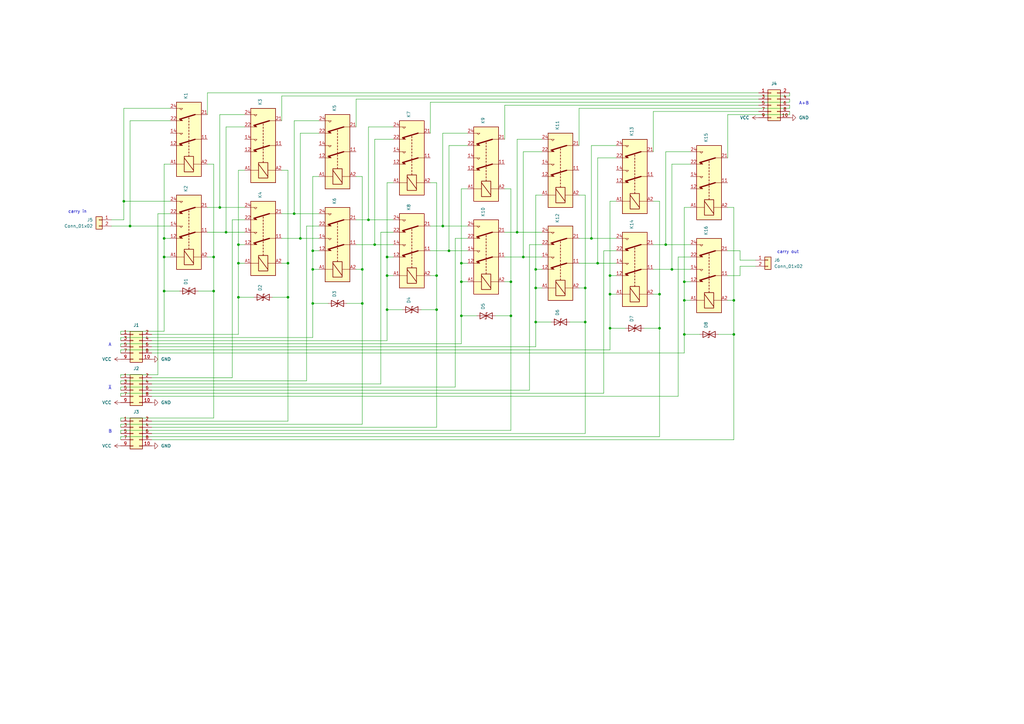
<source format=kicad_sch>
(kicad_sch (version 20231120) (generator "eeschema") (generator_version "8.0")
  (paper "A3")
  (lib_symbols
    (symbol "Connector_Generic:Conn_01x02" (pin_names (offset 1.016) hide)
      (property "Reference" "J" (at 0 2.54 0))
      (property "Value" "Conn_01x02" (at 0 -5.08 0))
      (symbol "Conn_01x02_1_1"
        (rectangle (start -1.27 -2.413) (end 0 -2.667) (stroke (width 0.1524)))
        (rectangle (start -1.27 0.127) (end 0 -0.127) (stroke (width 0.1524)))
        (rectangle (start -1.27 1.27) (end 1.27 -3.81) (stroke (width 0.254)) (fill (type background)))
        (pin passive line (at -5.08 0 0) (length 3.81) (name "Pin_1") (number "1"))
        (pin passive line (at -5.08 -2.54 0) (length 3.81) (name "Pin_2") (number "2"))
      )
    )
    (symbol "Connector_Generic:Conn_02x05_Odd_Even" (pin_names (offset 1.016) hide)
      (property "Reference" "J" (at 1.27 7.62 0))
      (property "Value" "Conn_02x05_Odd_Even" (at 1.27 -7.62 0))
      (symbol "Conn_02x05_Odd_Even_1_1"
        (rectangle (start -1.27 -4.953) (end 0 -5.207) (stroke (width 0.1524)))
        (rectangle (start -1.27 -2.413) (end 0 -2.667) (stroke (width 0.1524)))
        (rectangle (start -1.27 0.127) (end 0 -0.127) (stroke (width 0.1524)))
        (rectangle (start -1.27 2.667) (end 0 2.413) (stroke (width 0.1524)))
        (rectangle (start -1.27 5.207) (end 0 4.953) (stroke (width 0.1524)))
        (rectangle (start -1.27 6.35) (end 3.81 -6.35) (stroke (width 0.254)) (fill (type background)))
        (rectangle (start 3.81 -4.953) (end 2.54 -5.207) (stroke (width 0.1524)))
        (rectangle (start 3.81 -2.413) (end 2.54 -2.667) (stroke (width 0.1524)))
        (rectangle (start 3.81 0.127) (end 2.54 -0.127) (stroke (width 0.1524)))
        (rectangle (start 3.81 2.667) (end 2.54 2.413) (stroke (width 0.1524)))
        (rectangle (start 3.81 5.207) (end 2.54 4.953) (stroke (width 0.1524)))
        (pin passive line (at -5.08 5.08 0) (length 3.81) (name "Pin_1") (number "1"))
        (pin passive line (at 7.62 -5.08 180) (length 3.81) (name "Pin_10") (number "10"))
        (pin passive line (at 7.62 5.08 180) (length 3.81) (name "Pin_2") (number "2"))
        (pin passive line (at -5.08 2.54 0) (length 3.81) (name "Pin_3") (number "3"))
        (pin passive line (at 7.62 2.54 180) (length 3.81) (name "Pin_4") (number "4"))
        (pin passive line (at -5.08 0 0) (length 3.81) (name "Pin_5") (number "5"))
        (pin passive line (at 7.62 0 180) (length 3.81) (name "Pin_6") (number "6"))
        (pin passive line (at -5.08 -2.54 0) (length 3.81) (name "Pin_7") (number "7"))
        (pin passive line (at 7.62 -2.54 180) (length 3.81) (name "Pin_8") (number "8"))
        (pin passive line (at -5.08 -5.08 0) (length 3.81) (name "Pin_9") (number "9"))
      )
    )
    (symbol "Device:D_TVS" (pin_numbers hide) (pin_names (offset 1.016) hide)
      (property "Reference" "D" (at 0 2.54 0))
      (property "Value" "D_TVS" (at 0 -2.54 0))
      (symbol "D_TVS_0_1"
        (polyline (pts (xy 1.27 0) (xy -1.27 0)))
        (polyline (pts (xy 0.508 1.27) (xy 0 1.27) (xy 0 -1.27) (xy -0.508 -1.27)) (stroke (width 0.254)))
        (polyline (pts (xy -2.54 1.27) (xy -2.54 -1.27) (xy 2.54 1.27) (xy 2.54 -1.27) (xy -2.54 1.27)) (stroke (width 0.254)))
      )
      (symbol "D_TVS_1_1"
        (pin passive line (at -3.81 0 0) (length 2.54) (name "A1") (number "1"))
        (pin passive line (at 3.81 0 180) (length 2.54) (name "A2") (number "2"))
      )
    )
    (symbol "Relay:Relay_DPDT"
      (property "Reference" "K" (at 16.51 3.81 0))
      (property "Value" "Relay_DPDT" (at 16.51 1.27 0))
      (symbol "Relay_DPDT_0_1"
        (rectangle (start -15.24 5.08) (end 15.24 -5.08) (stroke (width 0.254)) (fill (type background)))
        (rectangle (start -13.335 1.905) (end -6.985 -1.905) (stroke (width 0.254)))
        (polyline (pts (xy -12.7 -1.905) (xy -7.62 1.905)) (stroke (width 0.254)))
        (polyline (pts (xy -10.16 -5.08) (xy -10.16 -1.905)))
        (polyline (pts (xy -10.16 5.08) (xy -10.16 1.905)))
        (polyline (pts (xy -6.985 0) (xy -6.35 0)) (stroke (width 0.254)))
        (polyline (pts (xy -5.715 0) (xy -5.08 0)) (stroke (width 0.254)))
        (polyline (pts (xy -4.445 0) (xy -3.81 0)) (stroke (width 0.254)))
        (polyline (pts (xy -3.175 0) (xy -2.54 0)) (stroke (width 0.254)))
        (polyline (pts (xy -1.905 0) (xy -1.27 0)) (stroke (width 0.254)))
        (polyline (pts (xy -0.635 0) (xy 0 0)) (stroke (width 0.254)))
        (polyline (pts (xy 0 -2.54) (xy -1.905 3.81)) (stroke (width 0.508)))
        (polyline (pts (xy 0 -2.54) (xy 0 -5.08)))
        (polyline (pts (xy 0.635 0) (xy 1.27 0)) (stroke (width 0.254)))
        (polyline (pts (xy 1.905 0) (xy 2.54 0)) (stroke (width 0.254)))
        (polyline (pts (xy 3.175 0) (xy 3.81 0)) (stroke (width 0.254)))
        (polyline (pts (xy 4.445 0) (xy 5.08 0)) (stroke (width 0.254)))
        (polyline (pts (xy 5.715 0) (xy 6.35 0)) (stroke (width 0.254)))
        (polyline (pts (xy 6.985 0) (xy 7.62 0)) (stroke (width 0.254)))
        (polyline (pts (xy 8.255 0) (xy 8.89 0)) (stroke (width 0.254)))
        (polyline (pts (xy 10.16 -2.54) (xy 8.255 3.81)) (stroke (width 0.508)))
        (polyline (pts (xy 10.16 -2.54) (xy 10.16 -5.08)))
        (polyline (pts (xy -2.54 5.08) (xy -2.54 2.54) (xy -1.905 3.175) (xy -2.54 3.81)) (fill (type outline)))
        (polyline (pts (xy 2.54 5.08) (xy 2.54 2.54) (xy 1.905 3.175) (xy 2.54 3.81)))
        (polyline (pts (xy 7.62 5.08) (xy 7.62 2.54) (xy 8.255 3.175) (xy 7.62 3.81)) (fill (type outline)))
        (polyline (pts (xy 12.7 5.08) (xy 12.7 2.54) (xy 12.065 3.175) (xy 12.7 3.81)))
      )
      (symbol "Relay_DPDT_1_1"
        (pin passive line (at 0 -7.62 90) (length 2.54) (name "~") (number "11"))
        (pin passive line (at -2.54 7.62 270) (length 2.54) (name "~") (number "12"))
        (pin passive line (at 2.54 7.62 270) (length 2.54) (name "~") (number "14"))
        (pin passive line (at 10.16 -7.62 90) (length 2.54) (name "~") (number "21"))
        (pin passive line (at 7.62 7.62 270) (length 2.54) (name "~") (number "22"))
        (pin passive line (at 12.7 7.62 270) (length 2.54) (name "~") (number "24"))
        (pin passive line (at -10.16 7.62 270) (length 2.54) (name "~") (number "A1"))
        (pin passive line (at -10.16 -7.62 90) (length 2.54) (name "~") (number "A2"))
      )
    )
    (symbol "power:GND" (power) (pin_names (offset 0))
      (property "Value" "GND" (at 0 -3.81 0))
      (symbol "GND_0_1"
        (polyline (pts (xy 0 0) (xy 0 -1.27) (xy 1.27 -1.27) (xy 0 -2.54) (xy -1.27 -1.27) (xy 0 -1.27)))
      )
      (symbol "GND_1_1"
        (pin power_in line (at 0 0 270) (length 0) hide (name "GND") (number "1"))
      )
    )
    (symbol "power:VCC" (power) (pin_names (offset 0))
      (property "Value" "VCC" (at 0 3.81 0))
      (symbol "VCC_0_1"
        (polyline (pts (xy -0.762 1.27) (xy 0 2.54)))
        (polyline (pts (xy 0 0) (xy 0 2.54)))
        (polyline (pts (xy 0 2.54) (xy 0.762 1.27)))
      )
      (symbol "VCC_1_1"
        (pin power_in line (at 0 0 90) (length 0) hide (name "VCC") (number "1"))
      )
    )
  )
  (junction (at 97.79 121.92))
  (junction (at 270.51 120.65))
  (junction (at 240.03 132.08))
  (junction (at 158.75 113.03))
  (junction (at 67.31 105.41))
  (junction (at 128.27 110.49))
  (junction (at 250.19 134.62))
  (junction (at 87.63 119.38))
  (junction (at 158.75 105.41))
  (junction (at 97.79 107.95))
  (junction (at 250.19 120.65))
  (junction (at 209.55 115.57))
  (junction (at 219.71 110.49))
  (junction (at 67.31 97.79))
  (junction (at 219.71 132.08))
  (junction (at 118.11 121.92))
  (junction (at 87.63 105.41))
  (junction (at 209.55 129.54))
  (junction (at 120.65 87.63))
  (junction (at 118.11 107.95))
  (junction (at 275.59 110.49))
  (junction (at 128.27 102.87))
  (junction (at 179.07 113.03))
  (junction (at 273.05 100.33))
  (junction (at 50.8 82.55))
  (junction (at 280.67 115.57))
  (junction (at 214.63 105.41))
  (junction (at 158.75 127))
  (junction (at 179.07 127))
  (junction (at 250.19 113.03))
  (junction (at 280.67 123.19))
  (junction (at 148.59 124.46))
  (junction (at 53.34 92.71))
  (junction (at 123.19 97.79))
  (junction (at 245.11 107.95))
  (junction (at 181.61 92.71))
  (junction (at 240.03 118.11))
  (junction (at 189.23 129.54))
  (junction (at 148.59 110.49))
  (junction (at 151.13 90.17))
  (junction (at 128.27 124.46))
  (junction (at 212.09 95.25))
  (junction (at 184.15 102.87))
  (junction (at 189.23 115.57))
  (junction (at 97.79 100.33))
  (junction (at 67.31 119.38))
  (junction (at 92.71 95.25))
  (junction (at 219.71 118.11))
  (junction (at 300.99 123.19))
  (junction (at 300.99 137.16))
  (junction (at 280.67 137.16))
  (junction (at 90.17 85.09))
  (junction (at 242.57 97.79))
  (junction (at 189.23 107.95))
  (junction (at 270.51 134.62))
  (junction (at 153.67 100.33))
  (wire (pts (xy 67.31 67.31) (xy 67.31 97.79)))
  (wire (pts (xy 111.76 121.92) (xy 118.11 121.92)))
  (wire (pts (xy 62.23 142.24) (xy 219.71 142.24)))
  (wire (pts (xy 179.07 74.93) (xy 179.07 113.03)))
  (wire (pts (xy 278.13 105.41) (xy 278.13 162.56)))
  (wire (pts (xy 252.73 64.77) (xy 245.11 64.77)))
  (wire (pts (xy 128.27 138.43) (xy 128.27 124.46)))
  (wire (pts (xy 49.53 158.75) (xy 186.69 158.75)))
  (wire (pts (xy 252.73 82.55) (xy 250.19 82.55)))
  (wire (pts (xy 207.01 115.57) (xy 209.55 115.57)))
  (wire (pts (xy 209.55 77.47) (xy 209.55 115.57)))
  (wire (pts (xy 146.05 100.33) (xy 153.67 100.33)))
  (wire (pts (xy 100.33 69.85) (xy 97.79 69.85)))
  (wire (pts (xy 250.19 113.03) (xy 250.19 120.65)))
  (wire (pts (xy 95.25 154.94) (xy 95.25 90.17)))
  (wire (pts (xy 64.77 153.67) (xy 64.77 87.63)))
  (wire (pts (xy 87.63 105.41) (xy 87.63 119.38)))
  (wire (pts (xy 69.85 67.31) (xy 67.31 67.31)))
  (wire (pts (xy 280.67 123.19) (xy 283.21 123.19)))
  (wire (pts (xy 273.05 62.23) (xy 273.05 100.33)))
  (wire (pts (xy 219.71 132.08) (xy 226.06 132.08)))
  (wire (pts (xy 189.23 115.57) (xy 191.77 115.57)))
  (wire (pts (xy 323.85 39.37) (xy 323.85 38.1)))
  (wire (pts (xy 130.81 49.53) (xy 120.65 49.53)))
  (wire (pts (xy 158.75 105.41) (xy 158.75 113.03)))
  (wire (pts (xy 97.79 69.85) (xy 97.79 100.33)))
  (wire (pts (xy 49.53 172.72) (xy 49.53 171.45)))
  (wire (pts (xy 219.71 110.49) (xy 222.25 110.49)))
  (wire (pts (xy 237.49 107.95) (xy 245.11 107.95)))
  (wire (pts (xy 49.53 175.26) (xy 49.53 173.99)))
  (wire (pts (xy 245.11 64.77) (xy 245.11 107.95)))
  (wire (pts (xy 267.97 45.72) (xy 311.15 45.72)))
  (wire (pts (xy 179.07 113.03) (xy 179.07 127)))
  (wire (pts (xy 90.17 46.99) (xy 90.17 85.09)))
  (wire (pts (xy 237.49 80.01) (xy 240.03 80.01)))
  (wire (pts (xy 161.29 57.15) (xy 153.67 57.15)))
  (wire (pts (xy 50.8 90.17) (xy 50.8 82.55)))
  (wire (pts (xy 85.09 46.99) (xy 85.09 38.1)))
  (wire (pts (xy 280.67 123.19) (xy 280.67 137.16)))
  (wire (pts (xy 176.53 74.93) (xy 179.07 74.93)))
  (wire (pts (xy 67.31 97.79) (xy 67.31 105.41)))
  (wire (pts (xy 323.85 44.45) (xy 323.85 43.18)))
  (wire (pts (xy 49.53 139.7) (xy 49.53 138.43)))
  (wire (pts (xy 176.53 54.61) (xy 176.53 41.91)))
  (wire (pts (xy 45.72 90.17) (xy 50.8 90.17)))
  (wire (pts (xy 97.79 107.95) (xy 100.33 107.95)))
  (wire (pts (xy 250.19 82.55) (xy 250.19 113.03)))
  (wire (pts (xy 49.53 154.94) (xy 49.53 153.67)))
  (wire (pts (xy 153.67 57.15) (xy 153.67 100.33)))
  (wire (pts (xy 62.23 162.56) (xy 278.13 162.56)))
  (wire (pts (xy 298.45 85.09) (xy 300.99 85.09)))
  (wire (pts (xy 264.16 134.62) (xy 270.51 134.62)))
  (wire (pts (xy 209.55 129.54) (xy 209.55 176.53)))
  (wire (pts (xy 50.8 82.55) (xy 69.85 82.55)))
  (wire (pts (xy 67.31 105.41) (xy 69.85 105.41)))
  (wire (pts (xy 118.11 107.95) (xy 118.11 121.92)))
  (wire (pts (xy 179.07 175.26) (xy 179.07 127)))
  (wire (pts (xy 219.71 118.11) (xy 222.25 118.11)))
  (wire (pts (xy 146.05 110.49) (xy 148.59 110.49)))
  (wire (pts (xy 303.53 113.03) (xy 303.53 109.22)))
  (wire (pts (xy 115.57 49.53) (xy 115.57 39.37)))
  (wire (pts (xy 62.23 175.26) (xy 179.07 175.26)))
  (wire (pts (xy 303.53 106.68) (xy 303.53 102.87)))
  (wire (pts (xy 50.8 44.45) (xy 69.85 44.45)))
  (wire (pts (xy 158.75 105.41) (xy 161.29 105.41)))
  (wire (pts (xy 323.85 46.99) (xy 323.85 45.72)))
  (wire (pts (xy 49.53 179.07) (xy 270.51 179.07)))
  (wire (pts (xy 300.99 85.09) (xy 300.99 123.19)))
  (wire (pts (xy 156.21 95.25) (xy 161.29 95.25)))
  (wire (pts (xy 270.51 82.55) (xy 270.51 120.65)))
  (wire (pts (xy 217.17 100.33) (xy 217.17 160.02)))
  (wire (pts (xy 207.01 105.41) (xy 214.63 105.41)))
  (wire (pts (xy 49.53 140.97) (xy 189.23 140.97)))
  (wire (pts (xy 237.49 118.11) (xy 240.03 118.11)))
  (wire (pts (xy 85.09 38.1) (xy 311.15 38.1)))
  (wire (pts (xy 64.77 87.63) (xy 69.85 87.63)))
  (wire (pts (xy 120.65 87.63) (xy 130.81 87.63)))
  (wire (pts (xy 90.17 85.09) (xy 100.33 85.09)))
  (wire (pts (xy 237.49 97.79) (xy 242.57 97.79)))
  (wire (pts (xy 49.53 156.21) (xy 125.73 156.21)))
  (wire (pts (xy 212.09 95.25) (xy 222.25 95.25)))
  (wire (pts (xy 207.01 43.18) (xy 311.15 43.18)))
  (wire (pts (xy 280.67 137.16) (xy 287.02 137.16)))
  (wire (pts (xy 115.57 69.85) (xy 118.11 69.85)))
  (wire (pts (xy 128.27 102.87) (xy 128.27 110.49)))
  (wire (pts (xy 146.05 40.64) (xy 311.15 40.64)))
  (wire (pts (xy 123.19 97.79) (xy 130.81 97.79)))
  (wire (pts (xy 298.45 64.77) (xy 298.45 46.99)))
  (wire (pts (xy 128.27 124.46) (xy 134.62 124.46)))
  (wire (pts (xy 250.19 134.62) (xy 250.19 143.51)))
  (wire (pts (xy 240.03 132.08) (xy 240.03 177.8)))
  (wire (pts (xy 267.97 110.49) (xy 275.59 110.49)))
  (wire (pts (xy 92.71 52.07) (xy 92.71 95.25)))
  (wire (pts (xy 130.81 54.61) (xy 123.19 54.61)))
  (wire (pts (xy 280.67 115.57) (xy 283.21 115.57)))
  (wire (pts (xy 191.77 54.61) (xy 181.61 54.61)))
  (wire (pts (xy 161.29 74.93) (xy 158.75 74.93)))
  (wire (pts (xy 189.23 107.95) (xy 191.77 107.95)))
  (wire (pts (xy 67.31 119.38) (xy 73.66 119.38)))
  (wire (pts (xy 45.72 92.71) (xy 53.34 92.71)))
  (wire (pts (xy 278.13 105.41) (xy 283.21 105.41)))
  (wire (pts (xy 283.21 85.09) (xy 280.67 85.09)))
  (wire (pts (xy 115.57 87.63) (xy 120.65 87.63)))
  (wire (pts (xy 207.01 77.47) (xy 209.55 77.47)))
  (wire (pts (xy 146.05 72.39) (xy 148.59 72.39)))
  (wire (pts (xy 62.23 144.78) (xy 280.67 144.78)))
  (wire (pts (xy 85.09 95.25) (xy 92.71 95.25)))
  (wire (pts (xy 283.21 62.23) (xy 273.05 62.23)))
  (wire (pts (xy 49.53 142.24) (xy 49.53 140.97)))
  (wire (pts (xy 148.59 110.49) (xy 148.59 124.46)))
  (wire (pts (xy 294.64 137.16) (xy 300.99 137.16)))
  (wire (pts (xy 222.25 57.15) (xy 212.09 57.15)))
  (wire (pts (xy 125.73 92.71) (xy 130.81 92.71)))
  (wire (pts (xy 283.21 67.31) (xy 275.59 67.31)))
  (wire (pts (xy 67.31 97.79) (xy 69.85 97.79)))
  (wire (pts (xy 219.71 110.49) (xy 219.71 118.11)))
  (wire (pts (xy 67.31 135.89) (xy 67.31 119.38)))
  (wire (pts (xy 87.63 171.45) (xy 87.63 119.38)))
  (wire (pts (xy 267.97 100.33) (xy 273.05 100.33)))
  (wire (pts (xy 49.53 143.51) (xy 250.19 143.51)))
  (wire (pts (xy 214.63 105.41) (xy 222.25 105.41)))
  (wire (pts (xy 69.85 49.53) (xy 53.34 49.53)))
  (wire (pts (xy 97.79 137.16) (xy 62.23 137.16)))
  (wire (pts (xy 53.34 92.71) (xy 69.85 92.71)))
  (wire (pts (xy 49.53 160.02) (xy 49.53 158.75)))
  (wire (pts (xy 97.79 100.33) (xy 97.79 107.95)))
  (wire (pts (xy 158.75 74.93) (xy 158.75 105.41)))
  (wire (pts (xy 49.53 180.34) (xy 49.53 179.07)))
  (wire (pts (xy 62.23 180.34) (xy 300.99 180.34)))
  (wire (pts (xy 156.21 95.25) (xy 156.21 157.48)))
  (wire (pts (xy 217.17 100.33) (xy 222.25 100.33)))
  (wire (pts (xy 92.71 95.25) (xy 100.33 95.25)))
  (wire (pts (xy 267.97 62.23) (xy 267.97 45.72)))
  (wire (pts (xy 151.13 52.07) (xy 151.13 90.17)))
  (wire (pts (xy 219.71 80.01) (xy 219.71 110.49)))
  (wire (pts (xy 49.53 176.53) (xy 209.55 176.53)))
  (wire (pts (xy 186.69 97.79) (xy 186.69 158.75)))
  (wire (pts (xy 176.53 92.71) (xy 181.61 92.71)))
  (wire (pts (xy 53.34 49.53) (xy 53.34 92.71)))
  (wire (pts (xy 123.19 54.61) (xy 123.19 97.79)))
  (wire (pts (xy 181.61 54.61) (xy 181.61 92.71)))
  (wire (pts (xy 128.27 110.49) (xy 130.81 110.49)))
  (wire (pts (xy 49.53 153.67) (xy 64.77 153.67)))
  (wire (pts (xy 245.11 107.95) (xy 252.73 107.95)))
  (wire (pts (xy 189.23 115.57) (xy 189.23 129.54)))
  (wire (pts (xy 267.97 82.55) (xy 270.51 82.55)))
  (wire (pts (xy 184.15 102.87) (xy 191.77 102.87)))
  (wire (pts (xy 189.23 77.47) (xy 189.23 107.95)))
  (wire (pts (xy 176.53 102.87) (xy 184.15 102.87)))
  (wire (pts (xy 148.59 173.99) (xy 148.59 124.46)))
  (wire (pts (xy 323.85 41.91) (xy 323.85 40.64)))
  (wire (pts (xy 97.79 107.95) (xy 97.79 121.92)))
  (wire (pts (xy 148.59 72.39) (xy 148.59 110.49)))
  (wire (pts (xy 240.03 80.01) (xy 240.03 118.11)))
  (wire (pts (xy 207.01 95.25) (xy 212.09 95.25)))
  (wire (pts (xy 97.79 121.92) (xy 104.14 121.92)))
  (wire (pts (xy 158.75 113.03) (xy 158.75 127)))
  (wire (pts (xy 118.11 69.85) (xy 118.11 107.95)))
  (wire (pts (xy 120.65 49.53) (xy 120.65 87.63)))
  (wire (pts (xy 49.53 173.99) (xy 148.59 173.99)))
  (wire (pts (xy 146.05 90.17) (xy 151.13 90.17)))
  (wire (pts (xy 250.19 134.62) (xy 256.54 134.62)))
  (wire (pts (xy 62.23 154.94) (xy 95.25 154.94)))
  (wire (pts (xy 97.79 100.33) (xy 100.33 100.33)))
  (wire (pts (xy 130.81 72.39) (xy 128.27 72.39)))
  (wire (pts (xy 49.53 144.78) (xy 49.53 143.51)))
  (wire (pts (xy 161.29 52.07) (xy 151.13 52.07)))
  (wire (pts (xy 62.23 139.7) (xy 158.75 139.7)))
  (wire (pts (xy 240.03 118.11) (xy 240.03 132.08)))
  (wire (pts (xy 303.53 102.87) (xy 298.45 102.87)))
  (wire (pts (xy 184.15 59.69) (xy 184.15 102.87)))
  (wire (pts (xy 115.57 97.79) (xy 123.19 97.79)))
  (wire (pts (xy 237.49 44.45) (xy 323.85 44.45)))
  (wire (pts (xy 250.19 120.65) (xy 250.19 134.62)))
  (wire (pts (xy 191.77 59.69) (xy 184.15 59.69)))
  (wire (pts (xy 300.99 123.19) (xy 300.99 137.16)))
  (wire (pts (xy 189.23 107.95) (xy 189.23 115.57)))
  (wire (pts (xy 252.73 59.69) (xy 242.57 59.69)))
  (wire (pts (xy 118.11 172.72) (xy 118.11 121.92)))
  (wire (pts (xy 118.11 172.72) (xy 62.23 172.72)))
  (wire (pts (xy 280.67 85.09) (xy 280.67 115.57)))
  (wire (pts (xy 212.09 57.15) (xy 212.09 95.25)))
  (wire (pts (xy 275.59 110.49) (xy 283.21 110.49)))
  (wire (pts (xy 125.73 156.21) (xy 125.73 92.71)))
  (wire (pts (xy 237.49 59.69) (xy 237.49 44.45)))
  (wire (pts (xy 49.53 171.45) (xy 87.63 171.45)))
  (wire (pts (xy 191.77 77.47) (xy 189.23 77.47)))
  (wire (pts (xy 128.27 110.49) (xy 128.27 124.46)))
  (wire (pts (xy 222.25 62.23) (xy 214.63 62.23)))
  (wire (pts (xy 153.67 100.33) (xy 161.29 100.33)))
  (wire (pts (xy 97.79 121.92) (xy 97.79 137.16)))
  (wire (pts (xy 87.63 67.31) (xy 87.63 105.41)))
  (wire (pts (xy 128.27 72.39) (xy 128.27 102.87)))
  (wire (pts (xy 158.75 127) (xy 165.1 127)))
  (wire (pts (xy 100.33 52.07) (xy 92.71 52.07)))
  (wire (pts (xy 189.23 129.54) (xy 195.58 129.54)))
  (wire (pts (xy 87.63 119.38) (xy 81.28 119.38)))
  (wire (pts (xy 270.51 134.62) (xy 270.51 179.07)))
  (wire (pts (xy 203.2 129.54) (xy 209.55 129.54)))
  (wire (pts (xy 300.99 137.16) (xy 300.99 180.34)))
  (wire (pts (xy 209.55 115.57) (xy 209.55 129.54)))
  (wire (pts (xy 49.53 137.16) (xy 49.53 135.89)))
  (wire (pts (xy 85.09 105.41) (xy 87.63 105.41)))
  (wire (pts (xy 267.97 120.65) (xy 270.51 120.65)))
  (wire (pts (xy 62.23 177.8) (xy 240.03 177.8)))
  (wire (pts (xy 85.09 85.09) (xy 90.17 85.09)))
  (wire (pts (xy 49.53 162.56) (xy 49.53 161.29)))
  (wire (pts (xy 275.59 67.31) (xy 275.59 110.49)))
  (wire (pts (xy 303.53 109.22) (xy 309.88 109.22)))
  (wire (pts (xy 298.45 113.03) (xy 303.53 113.03)))
  (wire (pts (xy 219.71 132.08) (xy 219.71 142.24)))
  (wire (pts (xy 219.71 118.11) (xy 219.71 132.08)))
  (wire (pts (xy 85.09 67.31) (xy 87.63 67.31)))
  (wire (pts (xy 280.67 115.57) (xy 280.67 123.19)))
  (wire (pts (xy 250.19 113.03) (xy 252.73 113.03)))
  (wire (pts (xy 273.05 100.33) (xy 283.21 100.33)))
  (wire (pts (xy 49.53 157.48) (xy 49.53 156.21)))
  (wire (pts (xy 146.05 52.07) (xy 146.05 40.64)))
  (wire (pts (xy 115.57 39.37) (xy 323.85 39.37)))
  (wire (pts (xy 62.23 157.48) (xy 156.21 157.48)))
  (wire (pts (xy 242.57 59.69) (xy 242.57 97.79)))
  (wire (pts (xy 50.8 82.55) (xy 50.8 44.45)))
  (wire (pts (xy 67.31 105.41) (xy 67.31 119.38)))
  (wire (pts (xy 181.61 92.71) (xy 191.77 92.71)))
  (wire (pts (xy 298.45 46.99) (xy 323.85 46.99)))
  (wire (pts (xy 128.27 102.87) (xy 130.81 102.87)))
  (wire (pts (xy 233.68 132.08) (xy 240.03 132.08)))
  (wire (pts (xy 222.25 80.01) (xy 219.71 80.01)))
  (wire (pts (xy 142.24 124.46) (xy 148.59 124.46)))
  (wire (pts (xy 115.57 107.95) (xy 118.11 107.95)))
  (wire (pts (xy 158.75 139.7) (xy 158.75 127)))
  (wire (pts (xy 309.88 106.68) (xy 303.53 106.68)))
  (wire (pts (xy 186.69 97.79) (xy 191.77 97.79)))
  (wire (pts (xy 151.13 90.17) (xy 161.29 90.17)))
  (wire (pts (xy 176.53 113.03) (xy 179.07 113.03)))
  (wire (pts (xy 95.25 90.17) (xy 100.33 90.17)))
  (wire (pts (xy 62.23 160.02) (xy 217.17 160.02)))
  (wire (pts (xy 176.53 41.91) (xy 323.85 41.91)))
  (wire (pts (xy 49.53 161.29) (xy 247.65 161.29)))
  (wire (pts (xy 100.33 46.99) (xy 90.17 46.99)))
  (wire (pts (xy 158.75 113.03) (xy 161.29 113.03)))
  (wire (pts (xy 280.67 137.16) (xy 280.67 144.78)))
  (wire (pts (xy 49.53 138.43) (xy 128.27 138.43)))
  (wire (pts (xy 207.01 57.15) (xy 207.01 43.18)))
  (wire (pts (xy 247.65 102.87) (xy 247.65 161.29)))
  (wire (pts (xy 49.53 135.89) (xy 67.31 135.89)))
  (wire (pts (xy 247.65 102.87) (xy 252.73 102.87)))
  (wire (pts (xy 270.51 120.65) (xy 270.51 134.62)))
  (wire (pts (xy 214.63 62.23) (xy 214.63 105.41)))
  (wire (pts (xy 189.23 129.54) (xy 189.23 140.97)))
  (wire (pts (xy 298.45 123.19) (xy 300.99 123.19)))
  (wire (pts (xy 250.19 120.65) (xy 252.73 120.65)))
  (wire (pts (xy 242.57 97.79) (xy 252.73 97.79)))
  (wire (pts (xy 49.53 177.8) (xy 49.53 176.53)))
  (wire (pts (xy 172.72 127) (xy 179.07 127)))
  (text "B" (at 44.45 177.8 0) (effects (font (size 1.27 1.27)) (justify left bottom)))
  (text "~{A}" (at 44.45 160.02 0) (effects (font (size 1.27 1.27)) (justify left bottom)))
  (text "carry out" (at 327.66 104.14 0) (effects (font (size 1.27 1.27)) (justify right bottom)))
  (text "A" (at 44.45 142.24 0) (effects (font (size 1.27 1.27)) (justify left bottom)))
  (text "carry in" (at 27.94 87.63 0) (effects (font (size 1.27 1.27)) (justify left bottom)))
  (text "A+B" (at 327.66 43.18 0) (effects (font (size 1.27 1.27)) (justify left bottom)))
  (symbol (lib_id "Relay:Relay_DPDT") (at 260.35 110.49 90) (unit 1)
    (property "Reference" "K14" (at 259.08 93.98 0) (effects (justify left)))
    (property "Value" "J104D2C12VDC.15S" (effects (hide yes)))
    (property "Footprint" "Relay_THT:Relay_DPDT_Finder_30.22" (effects (hide yes)))
    (property "Datasheet" "https://www.citrelay.com/Catalog%20Pages/RelayCatalog/J104D.pdf" (effects (hide yes)))
  )
  (symbol (lib_id "power:VCC") (at 49.53 165.1 90) (unit 1)
    (property "Reference" "#PWR03" (effects (hide yes)))
    (property "Value" "VCC" (at 45.72 165.1 90) (effects (justify left)))
  )
  (symbol (lib_id "Connector_Generic:Conn_02x05_Odd_Even") (at 54.61 160.02 0) (unit 1)
    (property "Reference" "J2" (at 55.88 151.13 0))
    (property "Value" "BHR-10-VUA" (effects (hide yes)))
    (property "Footprint" "Connector_IDC:IDC-Header_2x05_P2.54mm_Vertical" (effects (hide yes)))
    (property "Datasheet" "https://app.adam-tech.com/products/download/data_sheet/203218/bhr-xx-vua-data-sheet.pdf" (effects (hide yes)))
  )
  (symbol (lib_id "Connector_Generic:Conn_02x05_Odd_Even") (at 316.23 43.18 0) (unit 1)
    (property "Reference" "J4" (at 317.5 34.29 0))
    (property "Value" "BHR-10-VUA" (effects (hide yes)))
    (property "Footprint" "Connector_IDC:IDC-Header_2x05_P2.54mm_Vertical" (effects (hide yes)))
    (property "Datasheet" "https://app.adam-tech.com/products/download/data_sheet/203218/bhr-xx-vua-data-sheet.pdf" (effects (hide yes)))
  )
  (symbol (lib_id "Relay:Relay_DPDT") (at 168.91 64.77 90) (unit 1)
    (property "Reference" "K7" (at 167.64 48.26 0) (effects (justify left)))
    (property "Value" "J104D2C12VDC.15S" (effects (hide yes)))
    (property "Footprint" "Relay_THT:Relay_DPDT_Finder_30.22" (effects (hide yes)))
    (property "Datasheet" "https://www.citrelay.com/Catalog%20Pages/RelayCatalog/J104D.pdf" (effects (hide yes)))
  )
  (symbol (lib_id "Relay:Relay_DPDT") (at 77.47 95.25 90) (unit 1)
    (property "Reference" "K2" (at 76.2 78.74 0) (effects (justify left)))
    (property "Value" "J104D2C12VDC.15S" (effects (hide yes)))
    (property "Footprint" "Relay_THT:Relay_DPDT_Finder_30.22" (effects (hide yes)))
    (property "Datasheet" "https://www.citrelay.com/Catalog%20Pages/RelayCatalog/J104D.pdf" (effects (hide yes)))
  )
  (symbol (lib_id "Relay:Relay_DPDT") (at 138.43 62.23 90) (unit 1)
    (property "Reference" "K5" (at 137.16 45.72 0) (effects (justify left)))
    (property "Value" "J104D2C12VDC.15S" (effects (hide yes)))
    (property "Footprint" "Relay_THT:Relay_DPDT_Finder_30.22" (effects (hide yes)))
    (property "Datasheet" "https://www.citrelay.com/Catalog%20Pages/RelayCatalog/J104D.pdf" (effects (hide yes)))
  )
  (symbol (lib_id "Relay:Relay_DPDT") (at 199.39 105.41 90) (unit 1)
    (property "Reference" "K10" (at 198.12 88.9 0) (effects (justify left)))
    (property "Value" "J104D2C12VDC.15S" (effects (hide yes)))
    (property "Footprint" "Relay_THT:Relay_DPDT_Finder_30.22" (effects (hide yes)))
    (property "Datasheet" "https://www.citrelay.com/Catalog%20Pages/RelayCatalog/J104D.pdf" (effects (hide yes)))
  )
  (symbol (lib_id "Relay:Relay_DPDT") (at 229.87 107.95 90) (unit 1)
    (property "Reference" "K12" (at 228.6 91.44 0) (effects (justify left)))
    (property "Value" "J104D2C12VDC.15S" (effects (hide yes)))
    (property "Footprint" "Relay_THT:Relay_DPDT_Finder_30.22" (effects (hide yes)))
    (property "Datasheet" "https://www.citrelay.com/Catalog%20Pages/RelayCatalog/J104D.pdf" (effects (hide yes)))
  )
  (symbol (lib_id "Device:D_TVS") (at 199.39 129.54 180) (unit 1)
    (property "Reference" "D5" (at 198.12 127 90) (effects (justify right)))
    (property "Value" "SMAJ14CA" (effects (hide yes)))
    (property "Footprint" "Diode_SMD:D_SMA_Handsoldering" (effects (hide yes)))
    (property "Datasheet" "https://goodarksemi.com/docs/datasheets/transient_voltage_suppressors/SMAJx.pdf" (effects (hide yes)))
  )
  (symbol (lib_id "Connector_Generic:Conn_01x02") (at 40.64 90.17 0) (mirror y) (unit 1)
    (property "Reference" "J5" (at 38.1 90.17 0) (effects (justify left)))
    (property "Value" "Conn_01x02" (at 38.1 92.71 0) (effects (justify left)))
    (property "Footprint" "Connector_PinHeader_2.54mm:PinHeader_1x02_P2.54mm_Vertical" (effects (hide yes)))
  )
  (symbol (lib_id "Device:D_TVS") (at 260.35 134.62 180) (unit 1)
    (property "Reference" "D7" (at 259.08 132.08 90) (effects (justify right)))
    (property "Value" "SMAJ14CA" (effects (hide yes)))
    (property "Footprint" "Diode_SMD:D_SMA_Handsoldering" (effects (hide yes)))
    (property "Datasheet" "https://goodarksemi.com/docs/datasheets/transient_voltage_suppressors/SMAJx.pdf" (effects (hide yes)))
  )
  (symbol (lib_id "Relay:Relay_DPDT") (at 260.35 72.39 90) (unit 1)
    (property "Reference" "K13" (at 259.08 55.88 0) (effects (justify left)))
    (property "Value" "J104D2C12VDC.15S" (effects (hide yes)))
    (property "Footprint" "Relay_THT:Relay_DPDT_Finder_30.22" (effects (hide yes)))
    (property "Datasheet" "https://www.citrelay.com/Catalog%20Pages/RelayCatalog/J104D.pdf" (effects (hide yes)))
  )
  (symbol (lib_id "Relay:Relay_DPDT") (at 107.95 97.79 90) (unit 1)
    (property "Reference" "K4" (at 106.68 81.28 0) (effects (justify left)))
    (property "Value" "J104D2C12VDC.15S" (effects (hide yes)))
    (property "Footprint" "Relay_THT:Relay_DPDT_Finder_30.22" (effects (hide yes)))
    (property "Datasheet" "https://www.citrelay.com/Catalog%20Pages/RelayCatalog/J104D.pdf" (effects (hide yes)))
  )
  (symbol (lib_id "power:VCC") (at 49.53 147.32 90) (unit 1)
    (property "Reference" "#PWR01" (effects (hide yes)))
    (property "Value" "VCC" (at 45.72 147.32 90) (effects (justify left)))
  )
  (symbol (lib_id "Device:D_TVS") (at 229.87 132.08 180) (unit 1)
    (property "Reference" "D6" (at 228.6 129.54 90) (effects (justify right)))
    (property "Value" "SMAJ14CA" (effects (hide yes)))
    (property "Footprint" "Diode_SMD:D_SMA_Handsoldering" (effects (hide yes)))
    (property "Datasheet" "https://goodarksemi.com/docs/datasheets/transient_voltage_suppressors/SMAJx.pdf" (effects (hide yes)))
  )
  (symbol (lib_id "Connector_Generic:Conn_02x05_Odd_Even") (at 54.61 142.24 0) (unit 1)
    (property "Reference" "J1" (at 55.88 133.35 0))
    (property "Value" "BHR-10-VUA" (effects (hide yes)))
    (property "Footprint" "Connector_IDC:IDC-Header_2x05_P2.54mm_Vertical" (effects (hide yes)))
    (property "Datasheet" "https://app.adam-tech.com/products/download/data_sheet/203218/bhr-xx-vua-data-sheet.pdf" (effects (hide yes)))
  )
  (symbol (lib_id "Relay:Relay_DPDT") (at 290.83 74.93 90) (unit 1)
    (property "Reference" "K15" (at 289.56 58.42 0) (effects (justify left)))
    (property "Value" "J104D2C12VDC.15S" (effects (hide yes)))
    (property "Footprint" "Relay_THT:Relay_DPDT_Finder_30.22" (effects (hide yes)))
    (property "Datasheet" "https://www.citrelay.com/Catalog%20Pages/RelayCatalog/J104D.pdf" (effects (hide yes)))
  )
  (symbol (lib_id "Relay:Relay_DPDT") (at 199.39 67.31 90) (unit 1)
    (property "Reference" "K9" (at 198.12 50.8 0) (effects (justify left)))
    (property "Value" "J104D2C12VDC.15S" (effects (hide yes)))
    (property "Footprint" "Relay_THT:Relay_DPDT_Finder_30.22" (effects (hide yes)))
    (property "Datasheet" "https://www.citrelay.com/Catalog%20Pages/RelayCatalog/J104D.pdf" (effects (hide yes)))
  )
  (symbol (lib_id "Relay:Relay_DPDT") (at 229.87 69.85 90) (unit 1)
    (property "Reference" "K11" (at 228.6 53.34 0) (effects (justify left)))
    (property "Value" "J104D2C12VDC.15S" (effects (hide yes)))
    (property "Footprint" "Relay_THT:Relay_DPDT_Finder_30.22" (effects (hide yes)))
    (property "Datasheet" "https://www.citrelay.com/Catalog%20Pages/RelayCatalog/J104D.pdf" (effects (hide yes)))
  )
  (symbol (lib_id "Relay:Relay_DPDT") (at 107.95 59.69 90) (unit 1)
    (property "Reference" "K3" (at 106.68 43.18 0) (effects (justify left)))
    (property "Value" "J104D2C12VDC.15S" (effects (hide yes)))
    (property "Footprint" "Relay_THT:Relay_DPDT_Finder_30.22" (effects (hide yes)))
    (property "Datasheet" "https://www.citrelay.com/Catalog%20Pages/RelayCatalog/J104D.pdf" (effects (hide yes)))
  )
  (symbol (lib_id "power:VCC") (at 49.53 182.88 90) (unit 1)
    (property "Reference" "#PWR05" (effects (hide yes)))
    (property "Value" "VCC" (at 45.72 182.88 90) (effects (justify left)))
  )
  (symbol (lib_id "Relay:Relay_DPDT") (at 138.43 100.33 90) (unit 1)
    (property "Reference" "K6" (at 137.16 83.82 0) (effects (justify left)))
    (property "Value" "J104D2C12VDC.15S" (effects (hide yes)))
    (property "Footprint" "Relay_THT:Relay_DPDT_Finder_30.22" (effects (hide yes)))
    (property "Datasheet" "https://www.citrelay.com/Catalog%20Pages/RelayCatalog/J104D.pdf" (effects (hide yes)))
  )
  (symbol (lib_id "Relay:Relay_DPDT") (at 168.91 102.87 90) (unit 1)
    (property "Reference" "K8" (at 167.64 86.36 0) (effects (justify left)))
    (property "Value" "J104D2C12VDC.15S" (effects (hide yes)))
    (property "Footprint" "Relay_THT:Relay_DPDT_Finder_30.22" (effects (hide yes)))
    (property "Datasheet" "https://www.citrelay.com/Catalog%20Pages/RelayCatalog/J104D.pdf" (effects (hide yes)))
  )
  (symbol (lib_id "power:GND") (at 62.23 147.32 90) (unit 1)
    (property "Reference" "#PWR02" (effects (hide yes)))
    (property "Value" "GND" (at 66.04 147.32 90) (effects (justify right)))
  )
  (symbol (lib_id "Relay:Relay_DPDT") (at 77.47 57.15 90) (unit 1)
    (property "Reference" "K1" (at 76.2 40.64 0) (effects (justify left)))
    (property "Value" "J104D2C12VDC.15S" (effects (hide yes)))
    (property "Footprint" "Relay_THT:Relay_DPDT_Finder_30.22" (effects (hide yes)))
    (property "Datasheet" "https://www.citrelay.com/Catalog%20Pages/RelayCatalog/J104D.pdf" (effects (hide yes)))
  )
  (symbol (lib_id "power:VCC") (at 311.15 48.26 90) (unit 1)
    (property "Reference" "#PWR07" (effects (hide yes)))
    (property "Value" "VCC" (at 307.34 48.26 90) (effects (justify left)))
  )
  (symbol (lib_id "power:GND") (at 323.85 48.26 90) (unit 1)
    (property "Reference" "#PWR08" (effects (hide yes)))
    (property "Value" "GND" (at 327.66 48.26 90) (effects (justify right)))
  )
  (symbol (lib_id "Device:D_TVS") (at 107.95 121.92 180) (unit 1)
    (property "Reference" "D2" (at 106.68 119.38 90) (effects (justify right)))
    (property "Value" "SMAJ14CA" (effects (hide yes)))
    (property "Footprint" "Diode_SMD:D_SMA_Handsoldering" (effects (hide yes)))
    (property "Datasheet" "https://goodarksemi.com/docs/datasheets/transient_voltage_suppressors/SMAJx.pdf" (effects (hide yes)))
  )
  (symbol (lib_id "Device:D_TVS") (at 138.43 124.46 180) (unit 1)
    (property "Reference" "D3" (at 137.16 121.92 90) (effects (justify right)))
    (property "Value" "SMAJ14CA" (effects (hide yes)))
    (property "Footprint" "Diode_SMD:D_SMA_Handsoldering" (effects (hide yes)))
    (property "Datasheet" "https://goodarksemi.com/docs/datasheets/transient_voltage_suppressors/SMAJx.pdf" (effects (hide yes)))
  )
  (symbol (lib_id "Connector_Generic:Conn_01x02") (at 314.96 106.68 0) (unit 1)
    (property "Reference" "J6" (at 317.5 106.68 0) (effects (justify left)))
    (property "Value" "Conn_01x02" (at 317.5 109.22 0) (effects (justify left)))
    (property "Footprint" "Connector_PinHeader_2.54mm:PinHeader_1x02_P2.54mm_Vertical" (effects (hide yes)))
  )
  (symbol (lib_id "power:GND") (at 62.23 165.1 90) (unit 1)
    (property "Reference" "#PWR04" (effects (hide yes)))
    (property "Value" "GND" (at 66.04 165.1 90) (effects (justify right)))
  )
  (symbol (lib_id "Connector_Generic:Conn_02x05_Odd_Even") (at 54.61 177.8 0) (unit 1)
    (property "Reference" "J3" (at 55.88 168.91 0))
    (property "Value" "BHR-10-VUA" (effects (hide yes)))
    (property "Footprint" "Connector_IDC:IDC-Header_2x05_P2.54mm_Vertical" (effects (hide yes)))
    (property "Datasheet" "https://app.adam-tech.com/products/download/data_sheet/203218/bhr-xx-vua-data-sheet.pdf" (effects (hide yes)))
  )
  (symbol (lib_id "power:GND") (at 62.23 182.88 90) (unit 1)
    (property "Reference" "#PWR06" (effects (hide yes)))
    (property "Value" "GND" (at 66.04 182.88 90) (effects (justify right)))
  )
  (symbol (lib_id "Device:D_TVS") (at 168.91 127 180) (unit 1)
    (property "Reference" "D4" (at 167.64 124.46 90) (effects (justify right)))
    (property "Value" "SMAJ14CA" (effects (hide yes)))
    (property "Footprint" "Diode_SMD:D_SMA_Handsoldering" (effects (hide yes)))
    (property "Datasheet" "https://goodarksemi.com/docs/datasheets/transient_voltage_suppressors/SMAJx.pdf" (effects (hide yes)))
  )
  (symbol (lib_id "Relay:Relay_DPDT") (at 290.83 113.03 90) (unit 1)
    (property "Reference" "K16" (at 289.56 96.52 0) (effects (justify left)))
    (property "Value" "J104D2C12VDC.15S" (effects (hide yes)))
    (property "Footprint" "Relay_THT:Relay_DPDT_Finder_30.22" (effects (hide yes)))
    (property "Datasheet" "https://www.citrelay.com/Catalog%20Pages/RelayCatalog/J104D.pdf" (effects (hide yes)))
  )
  (symbol (lib_id "Device:D_TVS") (at 290.83 137.16 180) (unit 1)
    (property "Reference" "D8" (at 289.56 134.62 90) (effects (justify right)))
    (property "Value" "SMAJ14CA" (effects (hide yes)))
    (property "Footprint" "Diode_SMD:D_SMA_Handsoldering" (effects (hide yes)))
    (property "Datasheet" "https://goodarksemi.com/docs/datasheets/transient_voltage_suppressors/SMAJx.pdf" (effects (hide yes)))
  )
  (symbol (lib_id "Device:D_TVS") (at 77.47 119.38 180) (unit 1)
    (property "Reference" "D1" (at 76.2 116.84 90) (effects (justify right)))
    (property "Value" "SMAJ14CA" (effects (hide yes)))
    (property "Footprint" "Diode_SMD:D_SMA_Handsoldering" (effects (hide yes)))
    (property "Datasheet" "https://goodarksemi.com/docs/datasheets/transient_voltage_suppressors/SMAJx.pdf" (effects (hide yes)))
  )
)
</source>
